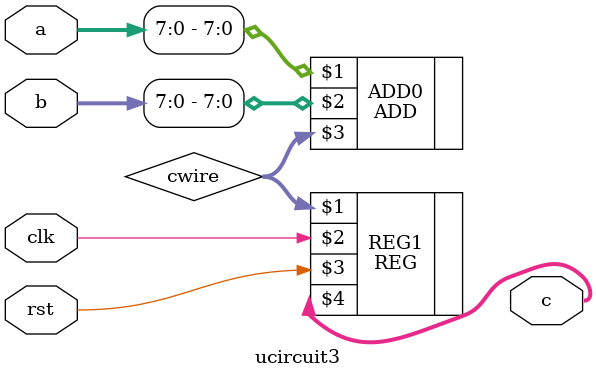
<source format=v>
`timescale 1ns / 1ps 

module ucircuit3(clk, rst, a, b, c);

input clk, rst;
input [31:0] a;
input [15:0] b;
output [7:0] c;
wire [7:0] cwire;

ADD #(.DATAWIDTH(8)) ADD0(a[7:0], b[7:0], cwire);
REG #(.DATAWIDTH(8)) REG1(cwire, clk, rst, c);

endmodule

</source>
